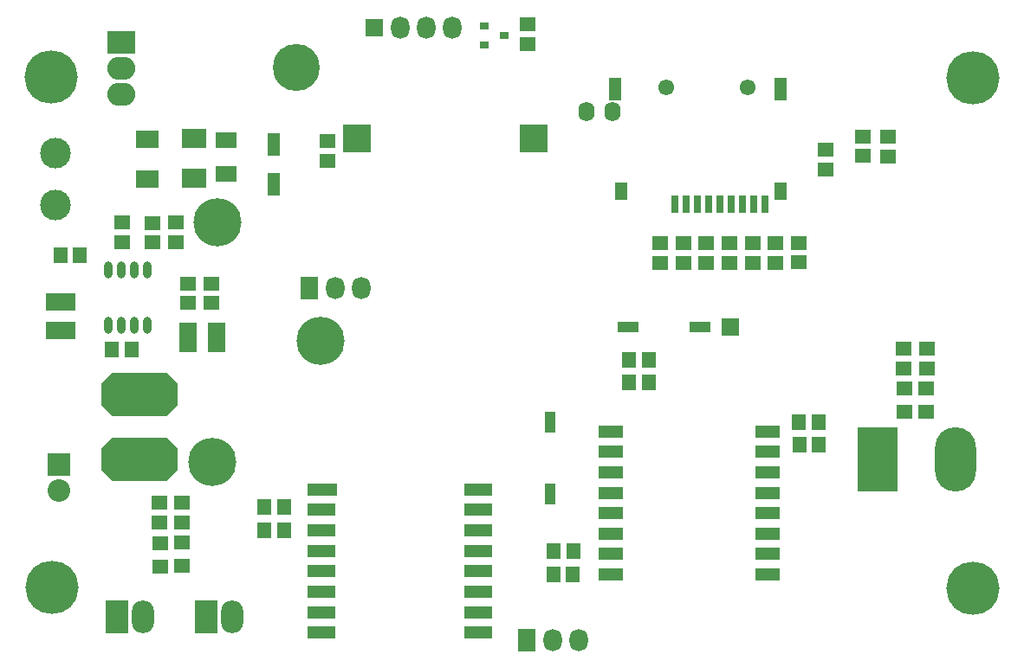
<source format=gts>
G04*
G04 #@! TF.GenerationSoftware,Altium Limited,Altium Designer,20.2.6 (244)*
G04*
G04 Layer_Color=8388736*
%FSTAX24Y24*%
%MOIN*%
G70*
G04*
G04 #@! TF.SameCoordinates,20AB1978-7CCD-4664-BF1E-2587ED644C09*
G04*
G04*
G04 #@! TF.FilePolarity,Negative*
G04*
G01*
G75*
%ADD42R,0.0858X0.0675*%
%ADD43R,0.0474X0.0867*%
%ADD44R,0.0277X0.0671*%
%ADD45R,0.0474X0.0671*%
%ADD46R,0.0631X0.0552*%
%ADD47R,0.0430X0.0830*%
%ADD48R,0.0356X0.0316*%
%ADD49R,0.1182X0.0513*%
%ADD50R,0.1104X0.0513*%
%ADD51R,0.1064X0.1064*%
%ADD52R,0.0630X0.0580*%
%ADD53R,0.0966X0.0474*%
%ADD54R,0.0552X0.0631*%
%ADD55R,0.1143X0.0710*%
%ADD56R,0.0710X0.1143*%
%ADD57O,0.0316X0.0651*%
%ADD58R,0.0474X0.0867*%
%ADD59R,0.0830X0.0430*%
G04:AMPARAMS|DCode=60|XSize=295.4mil|YSize=165.5mil|CornerRadius=0mil|HoleSize=0mil|Usage=FLASHONLY|Rotation=180.000|XOffset=0mil|YOffset=0mil|HoleType=Round|Shape=Octagon|*
%AMOCTAGOND60*
4,1,8,-0.1477,0.0414,-0.1477,-0.0414,-0.1063,-0.0827,0.1063,-0.0827,0.1477,-0.0414,0.1477,0.0414,0.1063,0.0827,-0.1063,0.0827,-0.1477,0.0414,0.0*
%
%ADD60OCTAGOND60*%

%ADD61R,0.0980X0.0720*%
%ADD62R,0.0789X0.0611*%
%ADD63C,0.0611*%
%ADD64O,0.0631X0.0749*%
%ADD65R,0.0710X0.0710*%
%ADD66R,0.0867X0.1261*%
%ADD67O,0.0867X0.1261*%
%ADD68O,0.1580X0.2480*%
%ADD69R,0.1580X0.2480*%
%ADD70O,0.0710X0.0867*%
%ADD71R,0.0710X0.0867*%
%ADD72C,0.0867*%
%ADD73C,0.1182*%
%ADD74R,0.1080X0.0880*%
%ADD75O,0.1080X0.0880*%
%ADD76C,0.1812*%
%ADD77R,0.0867X0.0867*%
%ADD78C,0.1852*%
%ADD79C,0.2049*%
D42*
X00568Y018887D02*
D03*
Y020413D02*
D03*
D43*
X03004Y022341D02*
D03*
X023662D02*
D03*
D44*
X029016Y017914D02*
D03*
X028583D02*
D03*
X027717D02*
D03*
X027284D02*
D03*
X026851D02*
D03*
X026418D02*
D03*
X025985D02*
D03*
X029449D02*
D03*
X02815D02*
D03*
D45*
X023898Y018404D02*
D03*
X03004D02*
D03*
D46*
X030741Y016416D02*
D03*
Y015668D02*
D03*
X026299Y016412D02*
D03*
Y015664D02*
D03*
X027188Y016412D02*
D03*
Y015664D02*
D03*
X028077Y016412D02*
D03*
Y015664D02*
D03*
X028966Y016412D02*
D03*
Y015664D02*
D03*
X025411Y016412D02*
D03*
Y015664D02*
D03*
X007023Y006406D02*
D03*
Y005658D02*
D03*
X006134D02*
D03*
Y006406D02*
D03*
X035674Y012346D02*
D03*
Y011598D02*
D03*
X031784Y019258D02*
D03*
Y020006D02*
D03*
X02032Y0241D02*
D03*
Y024848D02*
D03*
X012614Y019588D02*
D03*
X006786Y016454D02*
D03*
X00725Y01411D02*
D03*
X033216Y020522D02*
D03*
Y019774D02*
D03*
X034166Y020502D02*
D03*
Y019754D02*
D03*
X034774Y011588D02*
D03*
Y012336D02*
D03*
X029855Y016412D02*
D03*
Y015664D02*
D03*
X00725Y014858D02*
D03*
X00814D02*
D03*
Y01411D02*
D03*
X006786Y017202D02*
D03*
X004696D02*
D03*
Y016454D02*
D03*
X00589Y0172D02*
D03*
Y016452D02*
D03*
X012614Y020336D02*
D03*
D47*
X02119Y006752D02*
D03*
Y009508D02*
D03*
D48*
X019417Y024414D02*
D03*
X01863Y024788D02*
D03*
Y02404D02*
D03*
D49*
X012398Y006926D02*
D03*
D50*
X012358Y006138D02*
D03*
Y005351D02*
D03*
Y004564D02*
D03*
Y003776D02*
D03*
Y002989D02*
D03*
Y002201D02*
D03*
Y001414D02*
D03*
X018421D02*
D03*
Y002201D02*
D03*
Y002989D02*
D03*
Y003776D02*
D03*
Y004564D02*
D03*
Y005351D02*
D03*
Y006138D02*
D03*
Y006926D02*
D03*
D51*
X020526Y02044D02*
D03*
X013754D02*
D03*
D52*
X00702Y00487D02*
D03*
Y00397D02*
D03*
X03565Y01081D02*
D03*
Y00991D02*
D03*
X00618Y00396D02*
D03*
Y00486D02*
D03*
X03481Y00993D02*
D03*
Y01083D02*
D03*
D53*
X029524Y009162D02*
D03*
Y008374D02*
D03*
Y007587D02*
D03*
Y0068D02*
D03*
Y006012D02*
D03*
Y005225D02*
D03*
Y004437D02*
D03*
Y00365D02*
D03*
X02352D02*
D03*
Y004437D02*
D03*
Y005225D02*
D03*
Y006012D02*
D03*
Y0068D02*
D03*
Y007587D02*
D03*
Y008374D02*
D03*
Y009162D02*
D03*
D54*
X021314Y004553D02*
D03*
X022062D02*
D03*
X021304Y003664D02*
D03*
X022052D02*
D03*
X010936Y005359D02*
D03*
X010188D02*
D03*
X002332Y01595D02*
D03*
X010188Y006237D02*
D03*
X031506Y00864D02*
D03*
X031496Y009519D02*
D03*
X024966Y011908D02*
D03*
X024218D02*
D03*
X024222Y01106D02*
D03*
X02497D02*
D03*
X030748Y009519D02*
D03*
X030758Y00864D02*
D03*
X010936Y006237D02*
D03*
X00308Y01595D02*
D03*
X00506Y01231D02*
D03*
X004312D02*
D03*
D55*
X00234Y014151D02*
D03*
Y013049D02*
D03*
D56*
X007249Y01279D02*
D03*
X008351D02*
D03*
D57*
X00569Y01324D02*
D03*
X00419D02*
D03*
X00469D02*
D03*
X00519D02*
D03*
X00419Y015386D02*
D03*
X00469D02*
D03*
X00519D02*
D03*
X00569D02*
D03*
D58*
X01054Y018673D02*
D03*
Y020208D02*
D03*
D59*
X026938Y013178D02*
D03*
X024182D02*
D03*
D60*
X00537Y00808D02*
D03*
Y01058D02*
D03*
D61*
X00748Y01892D02*
D03*
Y02046D02*
D03*
D62*
X00871Y020399D02*
D03*
Y019081D02*
D03*
D63*
X02563Y02242D02*
D03*
X02878D02*
D03*
D64*
X02256Y02148D02*
D03*
X02356D02*
D03*
D65*
X0281Y01319D02*
D03*
X01441Y02473D02*
D03*
D66*
X00451Y00202D02*
D03*
X00794D02*
D03*
D67*
X00551D02*
D03*
X00894D02*
D03*
D68*
X03677Y00808D02*
D03*
D69*
X03377D02*
D03*
D70*
X01541Y02473D02*
D03*
X01641D02*
D03*
X01741D02*
D03*
X0139Y01468D02*
D03*
X0129D02*
D03*
X02226Y00113D02*
D03*
X02126D02*
D03*
D71*
X02026D02*
D03*
X0119Y01468D02*
D03*
D72*
X00227Y0069D02*
D03*
D73*
X00213Y01788D02*
D03*
Y01988D02*
D03*
D74*
X00469Y02416D02*
D03*
D75*
Y02216D02*
D03*
Y02316D02*
D03*
D76*
X01142Y02318D02*
D03*
D77*
X00227Y0079D02*
D03*
D78*
X00819Y008D02*
D03*
X01234Y01266D02*
D03*
X00836Y01722D02*
D03*
D79*
X00201Y00314D02*
D03*
X03744Y02277D02*
D03*
X00197Y02282D02*
D03*
X03744Y00311D02*
D03*
M02*

</source>
